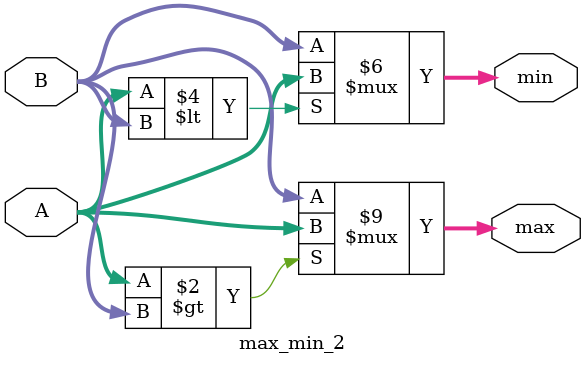
<source format=v>
`timescale 1ns / 1ps

module max_min_2(input [3:0] A,B,output reg [3:0] min,max );
always @(*) begin
if(A>B) begin
max=A;
end
else
max=B;
end
always @(A or B) begin
if(A<B) begin
min=A;
end
else
min=B;
end
endmodule

</source>
